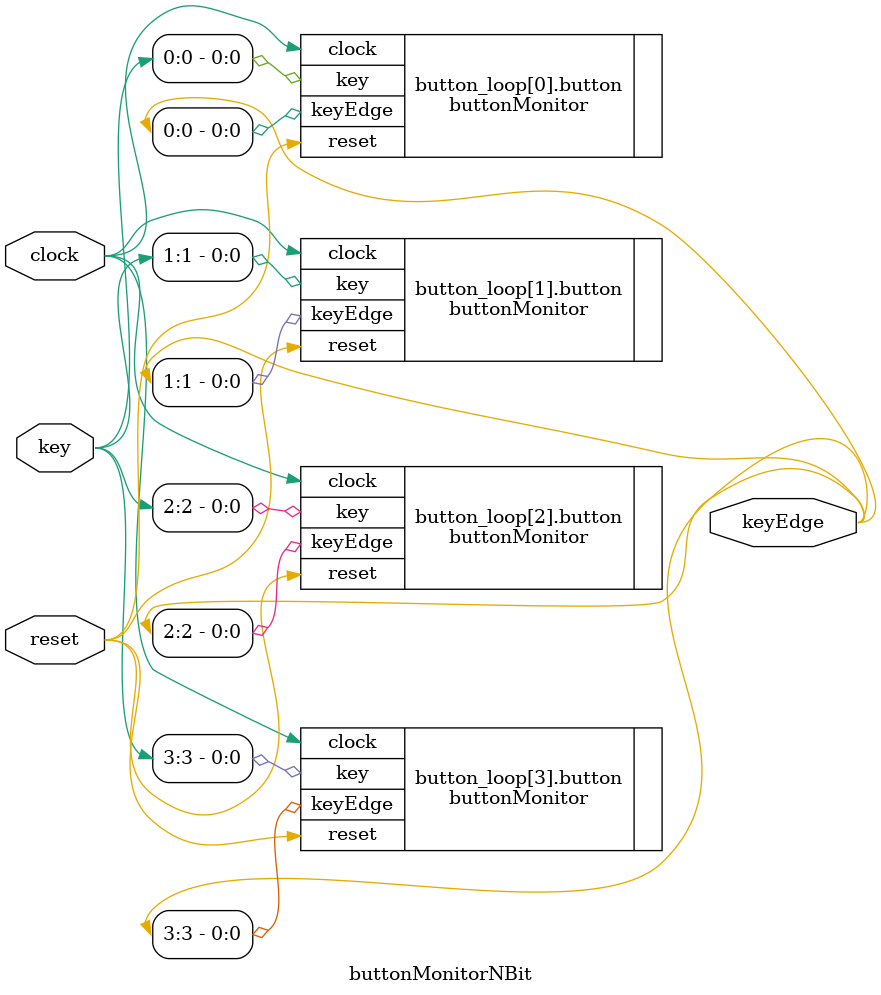
<source format=v>

module buttonMonitorNBit #(
	// declare parameters
	parameter WIDTH = 4 // number of input buttons
)(
	// declare ports
	input clock,
	input reset,
	
	input [WIDTH-1:0] key,
	
	output [WIDTH-1:0] keyEdge
);

// declare loop variable
genvar i;

// instantiate submodules
generate
	for(i = 0; i <= WIDTH - 1; i = i + 1) begin : button_loop
		// instantiate WIDTH buttonMonitors
		buttonMonitor button (
			.clock			(clock	),
			.reset			(reset	),
	
			.key	(key[i]),
	
			.keyEdge		(keyEdge[i]	)
		);
	
	end
endgenerate

endmodule 
</source>
